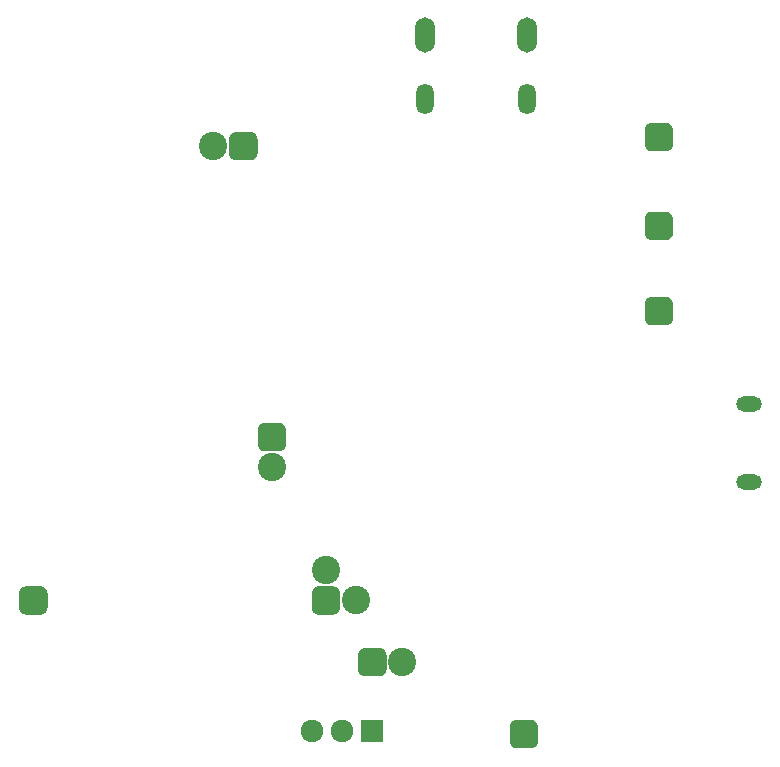
<source format=gbr>
G04 #@! TF.GenerationSoftware,KiCad,Pcbnew,(5.0.0)*
G04 #@! TF.CreationDate,2020-08-04T09:55:42-04:00*
G04 #@! TF.ProjectId,Lighting,4C69676874696E672E6B696361645F70,1*
G04 #@! TF.SameCoordinates,Original*
G04 #@! TF.FileFunction,Soldermask,Bot*
G04 #@! TF.FilePolarity,Negative*
%FSLAX46Y46*%
G04 Gerber Fmt 4.6, Leading zero omitted, Abs format (unit mm)*
G04 Created by KiCad (PCBNEW (5.0.0)) date 08/04/20 09:55:42*
%MOMM*%
%LPD*%
G01*
G04 APERTURE LIST*
%ADD10O,2.200000X1.300000*%
%ADD11C,2.400000*%
%ADD12C,0.100000*%
%ADD13C,1.924000*%
%ADD14R,1.924000X1.924000*%
%ADD15O,1.700000X3.000000*%
%ADD16O,1.500000X2.600000*%
G04 APERTURE END LIST*
D10*
G04 #@! TO.C,J2*
X268224000Y-93220000D03*
X268224000Y-99820000D03*
G04 #@! TD*
D11*
G04 #@! TO.C,JP1*
X227838000Y-98552000D03*
D12*
G36*
X228496810Y-94814889D02*
X228555054Y-94823529D01*
X228612171Y-94837836D01*
X228667610Y-94857672D01*
X228720838Y-94882847D01*
X228771342Y-94913118D01*
X228818636Y-94948194D01*
X228862264Y-94987736D01*
X228901806Y-95031364D01*
X228936882Y-95078658D01*
X228967153Y-95129162D01*
X228992328Y-95182390D01*
X229012164Y-95237829D01*
X229026471Y-95294946D01*
X229035111Y-95353190D01*
X229038000Y-95412000D01*
X229038000Y-96612000D01*
X229035111Y-96670810D01*
X229026471Y-96729054D01*
X229012164Y-96786171D01*
X228992328Y-96841610D01*
X228967153Y-96894838D01*
X228936882Y-96945342D01*
X228901806Y-96992636D01*
X228862264Y-97036264D01*
X228818636Y-97075806D01*
X228771342Y-97110882D01*
X228720838Y-97141153D01*
X228667610Y-97166328D01*
X228612171Y-97186164D01*
X228555054Y-97200471D01*
X228496810Y-97209111D01*
X228438000Y-97212000D01*
X227238000Y-97212000D01*
X227179190Y-97209111D01*
X227120946Y-97200471D01*
X227063829Y-97186164D01*
X227008390Y-97166328D01*
X226955162Y-97141153D01*
X226904658Y-97110882D01*
X226857364Y-97075806D01*
X226813736Y-97036264D01*
X226774194Y-96992636D01*
X226739118Y-96945342D01*
X226708847Y-96894838D01*
X226683672Y-96841610D01*
X226663836Y-96786171D01*
X226649529Y-96729054D01*
X226640889Y-96670810D01*
X226638000Y-96612000D01*
X226638000Y-95412000D01*
X226640889Y-95353190D01*
X226649529Y-95294946D01*
X226663836Y-95237829D01*
X226683672Y-95182390D01*
X226708847Y-95129162D01*
X226739118Y-95078658D01*
X226774194Y-95031364D01*
X226813736Y-94987736D01*
X226857364Y-94948194D01*
X226904658Y-94913118D01*
X226955162Y-94882847D01*
X227008390Y-94857672D01*
X227063829Y-94837836D01*
X227120946Y-94823529D01*
X227179190Y-94814889D01*
X227238000Y-94812000D01*
X228438000Y-94812000D01*
X228496810Y-94814889D01*
X228496810Y-94814889D01*
G37*
D11*
X227838000Y-96012000D03*
G04 #@! TD*
G04 #@! TO.C,JP2*
X238887000Y-115062000D03*
D12*
G36*
X237005810Y-113864889D02*
X237064054Y-113873529D01*
X237121171Y-113887836D01*
X237176610Y-113907672D01*
X237229838Y-113932847D01*
X237280342Y-113963118D01*
X237327636Y-113998194D01*
X237371264Y-114037736D01*
X237410806Y-114081364D01*
X237445882Y-114128658D01*
X237476153Y-114179162D01*
X237501328Y-114232390D01*
X237521164Y-114287829D01*
X237535471Y-114344946D01*
X237544111Y-114403190D01*
X237547000Y-114462000D01*
X237547000Y-115662000D01*
X237544111Y-115720810D01*
X237535471Y-115779054D01*
X237521164Y-115836171D01*
X237501328Y-115891610D01*
X237476153Y-115944838D01*
X237445882Y-115995342D01*
X237410806Y-116042636D01*
X237371264Y-116086264D01*
X237327636Y-116125806D01*
X237280342Y-116160882D01*
X237229838Y-116191153D01*
X237176610Y-116216328D01*
X237121171Y-116236164D01*
X237064054Y-116250471D01*
X237005810Y-116259111D01*
X236947000Y-116262000D01*
X235747000Y-116262000D01*
X235688190Y-116259111D01*
X235629946Y-116250471D01*
X235572829Y-116236164D01*
X235517390Y-116216328D01*
X235464162Y-116191153D01*
X235413658Y-116160882D01*
X235366364Y-116125806D01*
X235322736Y-116086264D01*
X235283194Y-116042636D01*
X235248118Y-115995342D01*
X235217847Y-115944838D01*
X235192672Y-115891610D01*
X235172836Y-115836171D01*
X235158529Y-115779054D01*
X235149889Y-115720810D01*
X235147000Y-115662000D01*
X235147000Y-114462000D01*
X235149889Y-114403190D01*
X235158529Y-114344946D01*
X235172836Y-114287829D01*
X235192672Y-114232390D01*
X235217847Y-114179162D01*
X235248118Y-114128658D01*
X235283194Y-114081364D01*
X235322736Y-114037736D01*
X235366364Y-113998194D01*
X235413658Y-113963118D01*
X235464162Y-113932847D01*
X235517390Y-113907672D01*
X235572829Y-113887836D01*
X235629946Y-113873529D01*
X235688190Y-113864889D01*
X235747000Y-113862000D01*
X236947000Y-113862000D01*
X237005810Y-113864889D01*
X237005810Y-113864889D01*
G37*
D11*
X236347000Y-115062000D03*
G04 #@! TD*
G04 #@! TO.C,JP5*
X222885000Y-71374000D03*
D12*
G36*
X226083810Y-70176889D02*
X226142054Y-70185529D01*
X226199171Y-70199836D01*
X226254610Y-70219672D01*
X226307838Y-70244847D01*
X226358342Y-70275118D01*
X226405636Y-70310194D01*
X226449264Y-70349736D01*
X226488806Y-70393364D01*
X226523882Y-70440658D01*
X226554153Y-70491162D01*
X226579328Y-70544390D01*
X226599164Y-70599829D01*
X226613471Y-70656946D01*
X226622111Y-70715190D01*
X226625000Y-70774000D01*
X226625000Y-71974000D01*
X226622111Y-72032810D01*
X226613471Y-72091054D01*
X226599164Y-72148171D01*
X226579328Y-72203610D01*
X226554153Y-72256838D01*
X226523882Y-72307342D01*
X226488806Y-72354636D01*
X226449264Y-72398264D01*
X226405636Y-72437806D01*
X226358342Y-72472882D01*
X226307838Y-72503153D01*
X226254610Y-72528328D01*
X226199171Y-72548164D01*
X226142054Y-72562471D01*
X226083810Y-72571111D01*
X226025000Y-72574000D01*
X224825000Y-72574000D01*
X224766190Y-72571111D01*
X224707946Y-72562471D01*
X224650829Y-72548164D01*
X224595390Y-72528328D01*
X224542162Y-72503153D01*
X224491658Y-72472882D01*
X224444364Y-72437806D01*
X224400736Y-72398264D01*
X224361194Y-72354636D01*
X224326118Y-72307342D01*
X224295847Y-72256838D01*
X224270672Y-72203610D01*
X224250836Y-72148171D01*
X224236529Y-72091054D01*
X224227889Y-72032810D01*
X224225000Y-71974000D01*
X224225000Y-70774000D01*
X224227889Y-70715190D01*
X224236529Y-70656946D01*
X224250836Y-70599829D01*
X224270672Y-70544390D01*
X224295847Y-70491162D01*
X224326118Y-70440658D01*
X224361194Y-70393364D01*
X224400736Y-70349736D01*
X224444364Y-70310194D01*
X224491658Y-70275118D01*
X224542162Y-70244847D01*
X224595390Y-70219672D01*
X224650829Y-70199836D01*
X224707946Y-70185529D01*
X224766190Y-70176889D01*
X224825000Y-70174000D01*
X226025000Y-70174000D01*
X226083810Y-70176889D01*
X226083810Y-70176889D01*
G37*
D11*
X225425000Y-71374000D03*
G04 #@! TD*
D13*
G04 #@! TO.C,RV1*
X231267000Y-120904000D03*
X233807000Y-120904000D03*
D14*
X236347000Y-120904000D03*
G04 #@! TD*
D12*
G04 #@! TO.C,TP2*
G36*
X261262810Y-84146889D02*
X261321054Y-84155529D01*
X261378171Y-84169836D01*
X261433610Y-84189672D01*
X261486838Y-84214847D01*
X261537342Y-84245118D01*
X261584636Y-84280194D01*
X261628264Y-84319736D01*
X261667806Y-84363364D01*
X261702882Y-84410658D01*
X261733153Y-84461162D01*
X261758328Y-84514390D01*
X261778164Y-84569829D01*
X261792471Y-84626946D01*
X261801111Y-84685190D01*
X261804000Y-84744000D01*
X261804000Y-85944000D01*
X261801111Y-86002810D01*
X261792471Y-86061054D01*
X261778164Y-86118171D01*
X261758328Y-86173610D01*
X261733153Y-86226838D01*
X261702882Y-86277342D01*
X261667806Y-86324636D01*
X261628264Y-86368264D01*
X261584636Y-86407806D01*
X261537342Y-86442882D01*
X261486838Y-86473153D01*
X261433610Y-86498328D01*
X261378171Y-86518164D01*
X261321054Y-86532471D01*
X261262810Y-86541111D01*
X261204000Y-86544000D01*
X260004000Y-86544000D01*
X259945190Y-86541111D01*
X259886946Y-86532471D01*
X259829829Y-86518164D01*
X259774390Y-86498328D01*
X259721162Y-86473153D01*
X259670658Y-86442882D01*
X259623364Y-86407806D01*
X259579736Y-86368264D01*
X259540194Y-86324636D01*
X259505118Y-86277342D01*
X259474847Y-86226838D01*
X259449672Y-86173610D01*
X259429836Y-86118171D01*
X259415529Y-86061054D01*
X259406889Y-86002810D01*
X259404000Y-85944000D01*
X259404000Y-84744000D01*
X259406889Y-84685190D01*
X259415529Y-84626946D01*
X259429836Y-84569829D01*
X259449672Y-84514390D01*
X259474847Y-84461162D01*
X259505118Y-84410658D01*
X259540194Y-84363364D01*
X259579736Y-84319736D01*
X259623364Y-84280194D01*
X259670658Y-84245118D01*
X259721162Y-84214847D01*
X259774390Y-84189672D01*
X259829829Y-84169836D01*
X259886946Y-84155529D01*
X259945190Y-84146889D01*
X260004000Y-84144000D01*
X261204000Y-84144000D01*
X261262810Y-84146889D01*
X261262810Y-84146889D01*
G37*
D11*
X260604000Y-85344000D03*
G04 #@! TD*
D12*
G04 #@! TO.C,TP3*
G36*
X249832810Y-119960889D02*
X249891054Y-119969529D01*
X249948171Y-119983836D01*
X250003610Y-120003672D01*
X250056838Y-120028847D01*
X250107342Y-120059118D01*
X250154636Y-120094194D01*
X250198264Y-120133736D01*
X250237806Y-120177364D01*
X250272882Y-120224658D01*
X250303153Y-120275162D01*
X250328328Y-120328390D01*
X250348164Y-120383829D01*
X250362471Y-120440946D01*
X250371111Y-120499190D01*
X250374000Y-120558000D01*
X250374000Y-121758000D01*
X250371111Y-121816810D01*
X250362471Y-121875054D01*
X250348164Y-121932171D01*
X250328328Y-121987610D01*
X250303153Y-122040838D01*
X250272882Y-122091342D01*
X250237806Y-122138636D01*
X250198264Y-122182264D01*
X250154636Y-122221806D01*
X250107342Y-122256882D01*
X250056838Y-122287153D01*
X250003610Y-122312328D01*
X249948171Y-122332164D01*
X249891054Y-122346471D01*
X249832810Y-122355111D01*
X249774000Y-122358000D01*
X248574000Y-122358000D01*
X248515190Y-122355111D01*
X248456946Y-122346471D01*
X248399829Y-122332164D01*
X248344390Y-122312328D01*
X248291162Y-122287153D01*
X248240658Y-122256882D01*
X248193364Y-122221806D01*
X248149736Y-122182264D01*
X248110194Y-122138636D01*
X248075118Y-122091342D01*
X248044847Y-122040838D01*
X248019672Y-121987610D01*
X247999836Y-121932171D01*
X247985529Y-121875054D01*
X247976889Y-121816810D01*
X247974000Y-121758000D01*
X247974000Y-120558000D01*
X247976889Y-120499190D01*
X247985529Y-120440946D01*
X247999836Y-120383829D01*
X248019672Y-120328390D01*
X248044847Y-120275162D01*
X248075118Y-120224658D01*
X248110194Y-120177364D01*
X248149736Y-120133736D01*
X248193364Y-120094194D01*
X248240658Y-120059118D01*
X248291162Y-120028847D01*
X248344390Y-120003672D01*
X248399829Y-119983836D01*
X248456946Y-119969529D01*
X248515190Y-119960889D01*
X248574000Y-119958000D01*
X249774000Y-119958000D01*
X249832810Y-119960889D01*
X249832810Y-119960889D01*
G37*
D11*
X249174000Y-121158000D03*
G04 #@! TD*
D12*
G04 #@! TO.C,Vs1*
G36*
X208303810Y-108657889D02*
X208362054Y-108666529D01*
X208419171Y-108680836D01*
X208474610Y-108700672D01*
X208527838Y-108725847D01*
X208578342Y-108756118D01*
X208625636Y-108791194D01*
X208669264Y-108830736D01*
X208708806Y-108874364D01*
X208743882Y-108921658D01*
X208774153Y-108972162D01*
X208799328Y-109025390D01*
X208819164Y-109080829D01*
X208833471Y-109137946D01*
X208842111Y-109196190D01*
X208845000Y-109255000D01*
X208845000Y-110455000D01*
X208842111Y-110513810D01*
X208833471Y-110572054D01*
X208819164Y-110629171D01*
X208799328Y-110684610D01*
X208774153Y-110737838D01*
X208743882Y-110788342D01*
X208708806Y-110835636D01*
X208669264Y-110879264D01*
X208625636Y-110918806D01*
X208578342Y-110953882D01*
X208527838Y-110984153D01*
X208474610Y-111009328D01*
X208419171Y-111029164D01*
X208362054Y-111043471D01*
X208303810Y-111052111D01*
X208245000Y-111055000D01*
X207045000Y-111055000D01*
X206986190Y-111052111D01*
X206927946Y-111043471D01*
X206870829Y-111029164D01*
X206815390Y-111009328D01*
X206762162Y-110984153D01*
X206711658Y-110953882D01*
X206664364Y-110918806D01*
X206620736Y-110879264D01*
X206581194Y-110835636D01*
X206546118Y-110788342D01*
X206515847Y-110737838D01*
X206490672Y-110684610D01*
X206470836Y-110629171D01*
X206456529Y-110572054D01*
X206447889Y-110513810D01*
X206445000Y-110455000D01*
X206445000Y-109255000D01*
X206447889Y-109196190D01*
X206456529Y-109137946D01*
X206470836Y-109080829D01*
X206490672Y-109025390D01*
X206515847Y-108972162D01*
X206546118Y-108921658D01*
X206581194Y-108874364D01*
X206620736Y-108830736D01*
X206664364Y-108791194D01*
X206711658Y-108756118D01*
X206762162Y-108725847D01*
X206815390Y-108700672D01*
X206870829Y-108680836D01*
X206927946Y-108666529D01*
X206986190Y-108657889D01*
X207045000Y-108655000D01*
X208245000Y-108655000D01*
X208303810Y-108657889D01*
X208303810Y-108657889D01*
G37*
D11*
X207645000Y-109855000D03*
G04 #@! TD*
D15*
G04 #@! TO.C,J1*
X240790000Y-62008000D03*
X249430000Y-62008000D03*
D16*
X240790000Y-67368000D03*
X249430000Y-67368000D03*
G04 #@! TD*
D12*
G04 #@! TO.C,TP1*
G36*
X261262810Y-69414889D02*
X261321054Y-69423529D01*
X261378171Y-69437836D01*
X261433610Y-69457672D01*
X261486838Y-69482847D01*
X261537342Y-69513118D01*
X261584636Y-69548194D01*
X261628264Y-69587736D01*
X261667806Y-69631364D01*
X261702882Y-69678658D01*
X261733153Y-69729162D01*
X261758328Y-69782390D01*
X261778164Y-69837829D01*
X261792471Y-69894946D01*
X261801111Y-69953190D01*
X261804000Y-70012000D01*
X261804000Y-71212000D01*
X261801111Y-71270810D01*
X261792471Y-71329054D01*
X261778164Y-71386171D01*
X261758328Y-71441610D01*
X261733153Y-71494838D01*
X261702882Y-71545342D01*
X261667806Y-71592636D01*
X261628264Y-71636264D01*
X261584636Y-71675806D01*
X261537342Y-71710882D01*
X261486838Y-71741153D01*
X261433610Y-71766328D01*
X261378171Y-71786164D01*
X261321054Y-71800471D01*
X261262810Y-71809111D01*
X261204000Y-71812000D01*
X260004000Y-71812000D01*
X259945190Y-71809111D01*
X259886946Y-71800471D01*
X259829829Y-71786164D01*
X259774390Y-71766328D01*
X259721162Y-71741153D01*
X259670658Y-71710882D01*
X259623364Y-71675806D01*
X259579736Y-71636264D01*
X259540194Y-71592636D01*
X259505118Y-71545342D01*
X259474847Y-71494838D01*
X259449672Y-71441610D01*
X259429836Y-71386171D01*
X259415529Y-71329054D01*
X259406889Y-71270810D01*
X259404000Y-71212000D01*
X259404000Y-70012000D01*
X259406889Y-69953190D01*
X259415529Y-69894946D01*
X259429836Y-69837829D01*
X259449672Y-69782390D01*
X259474847Y-69729162D01*
X259505118Y-69678658D01*
X259540194Y-69631364D01*
X259579736Y-69587736D01*
X259623364Y-69548194D01*
X259670658Y-69513118D01*
X259721162Y-69482847D01*
X259774390Y-69457672D01*
X259829829Y-69437836D01*
X259886946Y-69423529D01*
X259945190Y-69414889D01*
X260004000Y-69412000D01*
X261204000Y-69412000D01*
X261262810Y-69414889D01*
X261262810Y-69414889D01*
G37*
D11*
X260604000Y-70612000D03*
G04 #@! TD*
D12*
G04 #@! TO.C,TP4*
G36*
X261262810Y-76933289D02*
X261321054Y-76941929D01*
X261378171Y-76956236D01*
X261433610Y-76976072D01*
X261486838Y-77001247D01*
X261537342Y-77031518D01*
X261584636Y-77066594D01*
X261628264Y-77106136D01*
X261667806Y-77149764D01*
X261702882Y-77197058D01*
X261733153Y-77247562D01*
X261758328Y-77300790D01*
X261778164Y-77356229D01*
X261792471Y-77413346D01*
X261801111Y-77471590D01*
X261804000Y-77530400D01*
X261804000Y-78730400D01*
X261801111Y-78789210D01*
X261792471Y-78847454D01*
X261778164Y-78904571D01*
X261758328Y-78960010D01*
X261733153Y-79013238D01*
X261702882Y-79063742D01*
X261667806Y-79111036D01*
X261628264Y-79154664D01*
X261584636Y-79194206D01*
X261537342Y-79229282D01*
X261486838Y-79259553D01*
X261433610Y-79284728D01*
X261378171Y-79304564D01*
X261321054Y-79318871D01*
X261262810Y-79327511D01*
X261204000Y-79330400D01*
X260004000Y-79330400D01*
X259945190Y-79327511D01*
X259886946Y-79318871D01*
X259829829Y-79304564D01*
X259774390Y-79284728D01*
X259721162Y-79259553D01*
X259670658Y-79229282D01*
X259623364Y-79194206D01*
X259579736Y-79154664D01*
X259540194Y-79111036D01*
X259505118Y-79063742D01*
X259474847Y-79013238D01*
X259449672Y-78960010D01*
X259429836Y-78904571D01*
X259415529Y-78847454D01*
X259406889Y-78789210D01*
X259404000Y-78730400D01*
X259404000Y-77530400D01*
X259406889Y-77471590D01*
X259415529Y-77413346D01*
X259429836Y-77356229D01*
X259449672Y-77300790D01*
X259474847Y-77247562D01*
X259505118Y-77197058D01*
X259540194Y-77149764D01*
X259579736Y-77106136D01*
X259623364Y-77066594D01*
X259670658Y-77031518D01*
X259721162Y-77001247D01*
X259774390Y-76976072D01*
X259829829Y-76956236D01*
X259886946Y-76941929D01*
X259945190Y-76933289D01*
X260004000Y-76930400D01*
X261204000Y-76930400D01*
X261262810Y-76933289D01*
X261262810Y-76933289D01*
G37*
D11*
X260604000Y-78130400D03*
G04 #@! TD*
G04 #@! TO.C,JP3*
X234950000Y-109855000D03*
X232410000Y-107315000D03*
D12*
G36*
X233068810Y-108657889D02*
X233127054Y-108666529D01*
X233184171Y-108680836D01*
X233239610Y-108700672D01*
X233292838Y-108725847D01*
X233343342Y-108756118D01*
X233390636Y-108791194D01*
X233434264Y-108830736D01*
X233473806Y-108874364D01*
X233508882Y-108921658D01*
X233539153Y-108972162D01*
X233564328Y-109025390D01*
X233584164Y-109080829D01*
X233598471Y-109137946D01*
X233607111Y-109196190D01*
X233610000Y-109255000D01*
X233610000Y-110455000D01*
X233607111Y-110513810D01*
X233598471Y-110572054D01*
X233584164Y-110629171D01*
X233564328Y-110684610D01*
X233539153Y-110737838D01*
X233508882Y-110788342D01*
X233473806Y-110835636D01*
X233434264Y-110879264D01*
X233390636Y-110918806D01*
X233343342Y-110953882D01*
X233292838Y-110984153D01*
X233239610Y-111009328D01*
X233184171Y-111029164D01*
X233127054Y-111043471D01*
X233068810Y-111052111D01*
X233010000Y-111055000D01*
X231810000Y-111055000D01*
X231751190Y-111052111D01*
X231692946Y-111043471D01*
X231635829Y-111029164D01*
X231580390Y-111009328D01*
X231527162Y-110984153D01*
X231476658Y-110953882D01*
X231429364Y-110918806D01*
X231385736Y-110879264D01*
X231346194Y-110835636D01*
X231311118Y-110788342D01*
X231280847Y-110737838D01*
X231255672Y-110684610D01*
X231235836Y-110629171D01*
X231221529Y-110572054D01*
X231212889Y-110513810D01*
X231210000Y-110455000D01*
X231210000Y-109255000D01*
X231212889Y-109196190D01*
X231221529Y-109137946D01*
X231235836Y-109080829D01*
X231255672Y-109025390D01*
X231280847Y-108972162D01*
X231311118Y-108921658D01*
X231346194Y-108874364D01*
X231385736Y-108830736D01*
X231429364Y-108791194D01*
X231476658Y-108756118D01*
X231527162Y-108725847D01*
X231580390Y-108700672D01*
X231635829Y-108680836D01*
X231692946Y-108666529D01*
X231751190Y-108657889D01*
X231810000Y-108655000D01*
X233010000Y-108655000D01*
X233068810Y-108657889D01*
X233068810Y-108657889D01*
G37*
D11*
X232410000Y-109855000D03*
G04 #@! TD*
M02*

</source>
